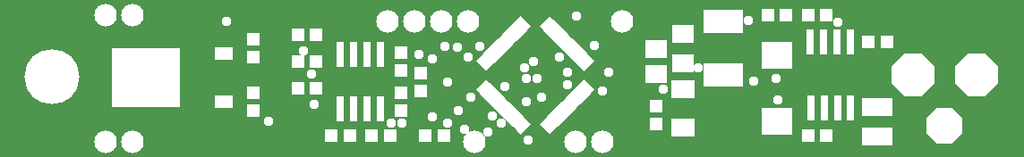
<source format=gbr>
G04 EAGLE Gerber RS-274X export*
G75*
%MOMM*%
%FSLAX34Y34*%
%LPD*%
%INSoldermask Bottom*%
%IPNEG*%
%AMOC8*
5,1,8,0,0,1.08239X$1,22.5*%
G01*
%ADD10C,5.203200*%
%ADD11R,2.003200X1.803200*%
%ADD12R,1.203200X1.303200*%
%ADD13R,1.303200X1.203200*%
%ADD14R,2.903200X1.803200*%
%ADD15R,3.003200X2.603200*%
%ADD16R,2.003200X1.753200*%
%ADD17R,2.303200X1.703200*%
%ADD18R,0.803200X2.403200*%
%ADD19R,1.403200X0.503200*%
%ADD20R,3.759200X2.235200*%
%ADD21R,6.403200X5.603200*%
%ADD22R,1.803200X1.203200*%
%ADD23R,0.703200X2.403200*%
%ADD24C,2.133600*%
%ADD25P,4.343848X8X202.500000*%
%ADD26P,3.700908X8X202.500000*%
%ADD27C,0.959600*%


D10*
X50800Y74930D03*
D11*
X647700Y87600D03*
X647700Y115600D03*
D12*
X381000Y59300D03*
X381000Y42300D03*
X400050Y78350D03*
X400050Y61350D03*
D13*
X300600Y88900D03*
X283600Y88900D03*
X300600Y114300D03*
X283600Y114300D03*
D14*
X831850Y45750D03*
X831850Y17750D03*
D13*
X840350Y107950D03*
X823350Y107950D03*
D15*
X736600Y95000D03*
X736600Y32000D03*
D16*
X622300Y100650D03*
X622300Y77150D03*
D12*
X622300Y46600D03*
X622300Y29600D03*
X381000Y80400D03*
X381000Y97400D03*
D17*
X647700Y26450D03*
X647700Y62450D03*
D18*
X349250Y43850D03*
X349250Y95850D03*
X361950Y43850D03*
X336550Y43850D03*
X323850Y43850D03*
X361950Y95850D03*
X336550Y95850D03*
X323850Y95850D03*
D19*
G36*
X461684Y80067D02*
X451763Y89988D01*
X455322Y93547D01*
X465243Y83626D01*
X461684Y80067D01*
G37*
G36*
X465219Y83602D02*
X455298Y93523D01*
X458857Y97082D01*
X468778Y87161D01*
X465219Y83602D01*
G37*
G36*
X468755Y87138D02*
X458834Y97059D01*
X462393Y100618D01*
X472314Y90697D01*
X468755Y87138D01*
G37*
G36*
X472290Y90673D02*
X462369Y100594D01*
X465928Y104153D01*
X475849Y94232D01*
X472290Y90673D01*
G37*
G36*
X475826Y94209D02*
X465905Y104130D01*
X469464Y107689D01*
X479385Y97768D01*
X475826Y94209D01*
G37*
G36*
X479361Y97744D02*
X469440Y107665D01*
X472999Y111224D01*
X482920Y101303D01*
X479361Y97744D01*
G37*
G36*
X482897Y101280D02*
X472976Y111201D01*
X476535Y114760D01*
X486456Y104839D01*
X482897Y101280D01*
G37*
G36*
X486432Y104815D02*
X476511Y114736D01*
X480070Y118295D01*
X489991Y108374D01*
X486432Y104815D01*
G37*
G36*
X489968Y108351D02*
X480047Y118272D01*
X483606Y121831D01*
X493527Y111910D01*
X489968Y108351D01*
G37*
G36*
X493503Y111886D02*
X483582Y121807D01*
X487141Y125366D01*
X497062Y115445D01*
X493503Y111886D01*
G37*
G36*
X497039Y115422D02*
X487118Y125343D01*
X490677Y128902D01*
X500598Y118981D01*
X497039Y115422D01*
G37*
G36*
X500574Y118957D02*
X490653Y128878D01*
X494212Y132437D01*
X504133Y122516D01*
X500574Y118957D01*
G37*
G36*
X511867Y122516D02*
X521788Y132437D01*
X525347Y128878D01*
X515426Y118957D01*
X511867Y122516D01*
G37*
G36*
X515402Y118981D02*
X525323Y128902D01*
X528882Y125343D01*
X518961Y115422D01*
X515402Y118981D01*
G37*
G36*
X518938Y115445D02*
X528859Y125366D01*
X532418Y121807D01*
X522497Y111886D01*
X518938Y115445D01*
G37*
G36*
X522473Y111910D02*
X532394Y121831D01*
X535953Y118272D01*
X526032Y108351D01*
X522473Y111910D01*
G37*
G36*
X526009Y108374D02*
X535930Y118295D01*
X539489Y114736D01*
X529568Y104815D01*
X526009Y108374D01*
G37*
G36*
X529544Y104839D02*
X539465Y114760D01*
X543024Y111201D01*
X533103Y101280D01*
X529544Y104839D01*
G37*
G36*
X533080Y101303D02*
X543001Y111224D01*
X546560Y107665D01*
X536639Y97744D01*
X533080Y101303D01*
G37*
G36*
X536615Y97768D02*
X546536Y107689D01*
X550095Y104130D01*
X540174Y94209D01*
X536615Y97768D01*
G37*
G36*
X540151Y94232D02*
X550072Y104153D01*
X553631Y100594D01*
X543710Y90673D01*
X540151Y94232D01*
G37*
G36*
X543686Y90697D02*
X553607Y100618D01*
X557166Y97059D01*
X547245Y87138D01*
X543686Y90697D01*
G37*
G36*
X547222Y87161D02*
X557143Y97082D01*
X560702Y93523D01*
X550781Y83602D01*
X547222Y87161D01*
G37*
G36*
X550758Y83626D02*
X560679Y93547D01*
X564238Y89988D01*
X554317Y80067D01*
X550758Y83626D01*
G37*
G36*
X554317Y72333D02*
X564238Y62412D01*
X560679Y58853D01*
X550758Y68774D01*
X554317Y72333D01*
G37*
G36*
X550781Y68798D02*
X560702Y58877D01*
X557143Y55318D01*
X547222Y65239D01*
X550781Y68798D01*
G37*
G36*
X547245Y65262D02*
X557166Y55341D01*
X553607Y51782D01*
X543686Y61703D01*
X547245Y65262D01*
G37*
G36*
X543710Y61727D02*
X553631Y51806D01*
X550072Y48247D01*
X540151Y58168D01*
X543710Y61727D01*
G37*
G36*
X540174Y58191D02*
X550095Y48270D01*
X546536Y44711D01*
X536615Y54632D01*
X540174Y58191D01*
G37*
G36*
X536639Y54656D02*
X546560Y44735D01*
X543001Y41176D01*
X533080Y51097D01*
X536639Y54656D01*
G37*
G36*
X533103Y51120D02*
X543024Y41199D01*
X539465Y37640D01*
X529544Y47561D01*
X533103Y51120D01*
G37*
G36*
X529568Y47585D02*
X539489Y37664D01*
X535930Y34105D01*
X526009Y44026D01*
X529568Y47585D01*
G37*
G36*
X526032Y44049D02*
X535953Y34128D01*
X532394Y30569D01*
X522473Y40490D01*
X526032Y44049D01*
G37*
G36*
X522497Y40514D02*
X532418Y30593D01*
X528859Y27034D01*
X518938Y36955D01*
X522497Y40514D01*
G37*
G36*
X518961Y36978D02*
X528882Y27057D01*
X525323Y23498D01*
X515402Y33419D01*
X518961Y36978D01*
G37*
G36*
X515426Y33443D02*
X525347Y23522D01*
X521788Y19963D01*
X511867Y29884D01*
X515426Y33443D01*
G37*
G36*
X504133Y29884D02*
X494212Y19963D01*
X490653Y23522D01*
X500574Y33443D01*
X504133Y29884D01*
G37*
G36*
X500598Y33419D02*
X490677Y23498D01*
X487118Y27057D01*
X497039Y36978D01*
X500598Y33419D01*
G37*
G36*
X497062Y36955D02*
X487141Y27034D01*
X483582Y30593D01*
X493503Y40514D01*
X497062Y36955D01*
G37*
G36*
X493527Y40490D02*
X483606Y30569D01*
X480047Y34128D01*
X489968Y44049D01*
X493527Y40490D01*
G37*
G36*
X489991Y44026D02*
X480070Y34105D01*
X476511Y37664D01*
X486432Y47585D01*
X489991Y44026D01*
G37*
G36*
X486456Y47561D02*
X476535Y37640D01*
X472976Y41199D01*
X482897Y51120D01*
X486456Y47561D01*
G37*
G36*
X482920Y51097D02*
X472999Y41176D01*
X469440Y44735D01*
X479361Y54656D01*
X482920Y51097D01*
G37*
G36*
X479385Y54632D02*
X469464Y44711D01*
X465905Y48270D01*
X475826Y58191D01*
X479385Y54632D01*
G37*
G36*
X475849Y58168D02*
X465928Y48247D01*
X462369Y51806D01*
X472290Y61727D01*
X475849Y58168D01*
G37*
G36*
X472314Y61703D02*
X462393Y51782D01*
X458834Y55341D01*
X468755Y65262D01*
X472314Y61703D01*
G37*
G36*
X468778Y65239D02*
X458857Y55318D01*
X455298Y58877D01*
X465219Y68798D01*
X468778Y65239D01*
G37*
G36*
X465243Y68774D02*
X455322Y58853D01*
X451763Y62412D01*
X461684Y72333D01*
X465243Y68774D01*
G37*
D20*
X685800Y76200D03*
X685800Y127000D03*
D21*
X140100Y73660D03*
D22*
X213100Y96460D03*
X213100Y50860D03*
D12*
X745100Y133350D03*
X728100Y133350D03*
D13*
X241300Y110100D03*
X241300Y93100D03*
X241300Y59300D03*
X241300Y42300D03*
D12*
X404250Y19050D03*
X421250Y19050D03*
X783200Y133350D03*
X766200Y133350D03*
X766200Y19050D03*
X783200Y19050D03*
X353450Y19050D03*
X370450Y19050D03*
X315350Y19050D03*
X332350Y19050D03*
X283600Y63500D03*
X300600Y63500D03*
D23*
X806450Y44660D03*
X793850Y44660D03*
X781150Y44660D03*
X768450Y44660D03*
X806450Y107740D03*
X793750Y107740D03*
X781050Y107740D03*
X768350Y107740D03*
D24*
X101600Y12700D03*
X127000Y12700D03*
X368300Y127000D03*
X393700Y127000D03*
X419100Y127000D03*
X444500Y127000D03*
X101600Y133350D03*
X127000Y133350D03*
X571500Y12700D03*
D25*
X925322Y76454D03*
X865378Y76454D03*
D26*
X895096Y28194D03*
D24*
X590550Y127000D03*
X546100Y12700D03*
X450850Y12700D03*
D27*
X296672Y77216D03*
X505968Y89408D03*
X735584Y73152D03*
X714248Y70612D03*
X538480Y67056D03*
X499872Y50800D03*
X794512Y125984D03*
X709168Y128016D03*
X563880Y104140D03*
X629412Y62484D03*
X662432Y83312D03*
X479552Y65024D03*
X497840Y83312D03*
X425450Y69850D03*
X434086Y102616D03*
X444754Y92964D03*
X501142Y14224D03*
X546608Y132334D03*
X398272Y95504D03*
X463296Y22352D03*
X440944Y24384D03*
X424688Y30480D03*
X410464Y36576D03*
X410464Y91440D03*
X422148Y103632D03*
X531114Y93218D03*
X455168Y103632D03*
X510032Y73152D03*
X447040Y54864D03*
X434848Y42672D03*
X382016Y30480D03*
X298704Y48768D03*
X371856Y30480D03*
X288544Y99568D03*
X256032Y32512D03*
X737616Y52832D03*
X499872Y73152D03*
X215900Y127000D03*
X467360Y37338D03*
X538480Y79248D03*
X514096Y54864D03*
X475488Y30480D03*
X577342Y79248D03*
X571754Y61468D03*
M02*

</source>
